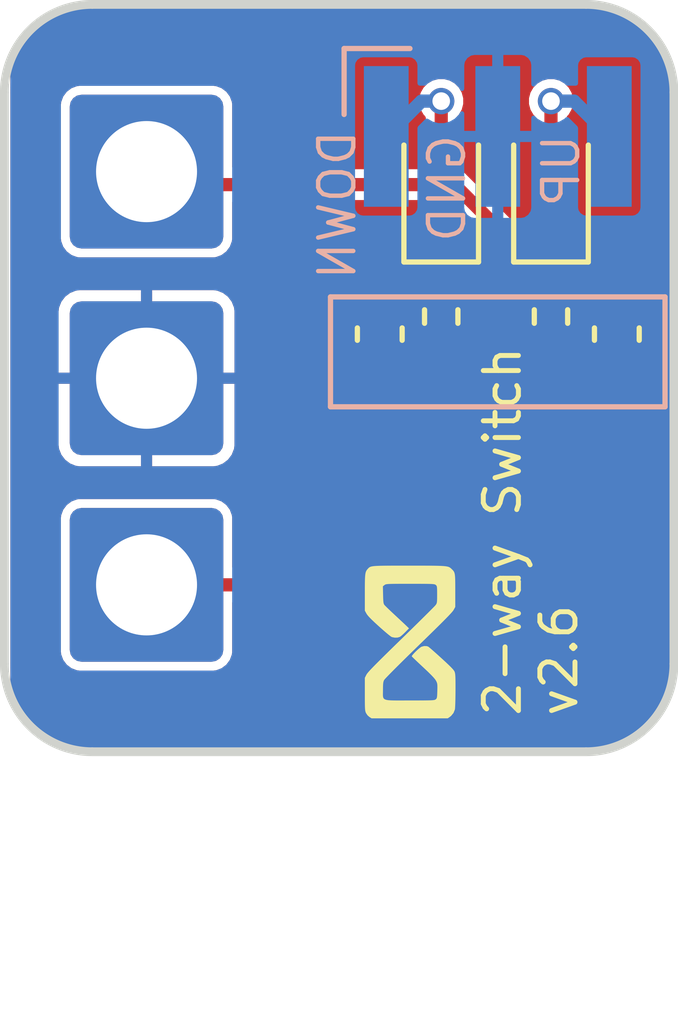
<source format=kicad_pcb>
(kicad_pcb (version 20241229) (generator "pcbnew") (generator_version "9.0")
  (layers (0 "F.Cu" signal) (2 "B.Cu" signal) (13 "F.Paste" user) (15 "B.Paste" user) (5 "F.SilkS" user "F.Silkscreen") (7 "B.SilkS" user "B.Silkscreen") (1 "F.Mask" user) (3 "B.Mask" user) (25 "Edge.Cuts" user))
  (net 0 "")
  (net 1 "GND")
  (net 2 "Net-(D1-K)")
  (net 3 "Net-(D2-K)")
  (net 4 "Net-(S1-S)")
  (net 5 "Net-(S1-O)")
  (net 6 "/UP")
  (net 7 "/DOWN")
  (footprint "Resistor_SMD:R_0402_1005Metric" (layer "F.Cu") (at 153.2 103.6 90)
    (property "Reference" "R1" (hide yes))
    (property "Value" "10K")
    (fp_line (start -0.153641 -0.38) (end 0.153641 -0.38) (stroke (width 0.12)) (layer "F.SilkS"))
    (fp_line (start -0.153641 0.38) (end 0.153641 0.38) (stroke (width 0.12)) (layer "F.SilkS"))
    (pad "1" smd roundrect (at -0.51 0 90) (size 0.54 0.64) (layers "F.Cu" "F.Mask" "F.Paste") (net 5 "Net-(S1-O)"))
    (pad "2" smd roundrect (at 0.51 0 90) (size 0.54 0.64) (layers "F.Cu" "F.Mask" "F.Paste") (net 2 "Net-(D1-K)"))
  )
  (footprint "Capacitor_SMD:C_0603_1608Metric" (layer "F.Cu") (at 149.3 104 90)
    (property "Reference" "C2" (hide yes))
    (property "Value" "1uF")
    (fp_line (start -0.14058 -0.51) (end 0.14058 -0.51) (stroke (width 0.12)) (layer "F.SilkS"))
    (fp_line (start -0.14058 0.51) (end 0.14058 0.51) (stroke (width 0.12)) (layer "F.SilkS"))
    (pad "1" smd roundrect (at -0.775 0 90) (size 0.9 0.95) (layers "F.Cu" "F.Mask" "F.Paste") (net 1 "GND"))
    (pad "2" smd roundrect (at 0.775 0 90) (size 0.9 0.95) (layers "F.Cu" "F.Mask" "F.Paste") (net 3 "Net-(D2-K)"))
  )
  (footprint "Diode_SMD:D_SOD-323" (layer "F.Cu") (at 150.7 100.75 90)
    (property "Reference" "D2" (hide yes))
    (property "Value" "1N4148WS")
    (fp_line (start -1.61 -0.85) (end 1.05 -0.85) (stroke (width 0.12)) (layer "F.SilkS"))
    (fp_line (start -1.61 -0.85) (end -1.61 0.85) (stroke (width 0.12)) (layer "F.SilkS"))
    (fp_line (start -1.61 0.85) (end 1.05 0.85) (stroke (width 0.12)) (layer "F.SilkS"))
    (pad "1" smd roundrect (at -1.05 0 90) (size 0.6 0.45) (layers "F.Cu" "F.Mask" "F.Paste") (net 3 "Net-(D2-K)"))
    (pad "2" smd roundrect (at 1.05 0 90) (size 0.6 0.45) (layers "F.Cu" "F.Mask" "F.Paste") (net 7 "/DOWN"))
  )
  (footprint "Capacitor_SMD:C_0603_1608Metric" (layer "F.Cu") (at 154.7 104 -90)
    (property "Reference" "C1" (hide yes))
    (property "Value" "1uF")
    (fp_line (start -0.14058 0.51) (end 0.14058 0.51) (stroke (width 0.12)) (layer "F.SilkS"))
    (fp_line (start -0.14058 -0.51) (end 0.14058 -0.51) (stroke (width 0.12)) (layer "F.SilkS"))
    (pad "1" smd roundrect (at -0.775 0 270) (size 0.9 0.95) (layers "F.Cu" "F.Mask" "F.Paste") (net 2 "Net-(D1-K)"))
    (pad "2" smd roundrect (at 0.775 0 270) (size 0.9 0.95) (layers "F.Cu" "F.Mask" "F.Paste") (net 1 "GND"))
  )
  (footprint "Diode_SMD:D_SOD-323" (layer "F.Cu") (at 153.2 100.75 90)
    (property "Reference" "D1" (hide yes))
    (property "Value" "1N4148WS")
    (fp_line (start -1.61 -0.85) (end 1.05 -0.85) (stroke (width 0.12)) (layer "F.SilkS"))
    (fp_line (start -1.61 -0.85) (end -1.61 0.85) (stroke (width 0.12)) (layer "F.SilkS"))
    (fp_line (start -1.61 0.85) (end 1.05 0.85) (stroke (width 0.12)) (layer "F.SilkS"))
    (pad "1" smd roundrect (at -1.05 0 90) (size 0.6 0.45) (layers "F.Cu" "F.Mask" "F.Paste") (net 2 "Net-(D1-K)"))
    (pad "2" smd roundrect (at 1.05 0 90) (size 0.6 0.45) (layers "F.Cu" "F.Mask" "F.Paste") (net 6 "/UP"))
  )
  (footprint "Resistor_SMD:R_0402_1005Metric" (layer "F.Cu") (at 150.7 103.6 90)
    (property "Reference" "R2" (hide yes))
    (property "Value" "10K")
    (fp_line (start -0.153641 -0.38) (end 0.153641 -0.38) (stroke (width 0.12)) (layer "F.SilkS"))
    (fp_line (start -0.153641 0.38) (end 0.153641 0.38) (stroke (width 0.12)) (layer "F.SilkS"))
    (pad "1" smd roundrect (at -0.51 0 90) (size 0.54 0.64) (layers "F.Cu" "F.Mask" "F.Paste") (net 4 "Net-(S1-S)"))
    (pad "2" smd roundrect (at 0.51 0 90) (size 0.54 0.64) (layers "F.Cu" "F.Mask" "F.Paste") (net 3 "Net-(D2-K)"))
  )
  (footprint "cycfi_library:MINI_SPDT" (layer "F.Cu") (at 143.9878 105.003599 -90)
    (property "Reference" "S1" (hide yes))
    (property "Value" "SPDT" (hide yes))
    (pad "1" thru_hole roundrect (at -4.7 0 270) (size 3.5 3.5) (drill 2.3) (layers "*.Cu" "*.Mask") (roundrect_rratio 0.07692307692) (net 5 "Net-(S1-O)"))
    (pad "2" thru_hole roundrect (at 0 0 270) (size 3.5 3.5) (drill 2.3) (layers "*.Cu" "*.Mask") (roundrect_rratio 0.07692307692) (net 1 "GND"))
    (pad "3" thru_hole roundrect (at 4.7 0 270) (size 3.5 3.5) (drill 2.3) (layers "*.Cu" "*.Mask") (roundrect_rratio 0.07692307692) (net 4 "Net-(S1-S)"))
  )
  (footprint "cycfi_library:infinity_logo_4mm" (layer "F.Cu") (at 150 111 90)
    (property "Reference" "G***" (hide yes))
    (property "Value" "LOGO" (hide yes))
    (fp_poly (pts (xy 1.244525 -1.039799) (xy 1.34588 -1.03895) (xy 1.426624 -1.037087) (xy 1.489785 -1.033844) (xy 1.53839 -1.028856) (xy 1.575467 -1.021756) (xy 1.604042 -1.012179) (xy 1.627144 -0.999757) (xy 1.647799 -0.984126) (xy 1.658308 -0.974853) (xy 1.673256 -0.961211) (xy 1.686074 -0.948154) (xy 1.696927 -0.933635) (xy 1.705977 -0.915605) (xy 1.713389 -0.892018) (xy 1.719325 -0.860825) (xy 1.72395 -0.819979) (xy 1.727427 -0.767432) (xy 1.729919 -0.701137) (xy 1.73159 -0.619045) (xy 1.732603 -0.51911) (xy 1.733123 -0.399283) (xy 1.733312 -0.257517) (xy 1.733334 -0.091764) (xy 1.733333 -0.035438) (xy 1.733309 0.140427) (xy 1.733128 0.291678) (xy 1.732627 0.42037) (xy 1.731643 0.528554) (xy 1.730014 0.618284) (xy 1.727577 0.691614) (xy 1.724169 0.750596) (xy 1.719626 0.797283) (xy 1.713787 0.83373) (xy 1.706488 0.861988) (xy 1.697566 0.884112) (xy 1.686859 0.902153) (xy 1.674203 0.918167) (xy 1.659437 0.934205) (xy 1.656148 0.937668) (xy 1.633627 0.960782) (xy 1.612685 0.979108) (xy 1.590018 0.993199) (xy 1.562319 1.003613) (xy 1.526283 1.010905) (xy 1.478602 1.015631) (xy 1.415972 1.018348) (xy 1.335085 1.019612) (xy 1.232637 1.019979) (xy 1.166666 1.02) (xy 0.793333 1.02) (xy 0.723263 0.981176) (xy 0.704626 0.96854) (xy 0.677421 0.946246) (xy 0.640646 0.913305) (xy 0.5933 0.868726) (xy 0.534382 0.811519) (xy 0.462889 0.740694) (xy 0.377821 0.65526) (xy 0.278177 0.554226) (xy 0.162953 0.436604) (xy 0.03115 0.301402) (xy -0.083403 0.183523) (xy -0.210933 0.052462) (xy -0.33089 -0.070185) (xy -0.442045 -0.183194) (xy -0.543171 -0.285339) (xy -0.633041 -0.375395) (xy -0.710426 -0.452137) (xy -0.774098 -0.514338) (xy -0.822831 -0.560774) (xy -0.855395 -0.59022) (xy -0.869469 -0.600987) (xy -0.894417 -0.611844) (xy -0.923603 -0.619217) (xy -0.962546 -0.623731) (xy -1.016764 -0.626006) (xy -1.091777 -0.626665) (xy -1.097145 -0.626667) (xy -1.152614 -0.627438) (xy -1.198722 -0.628261) (xy -1.236326 -0.626898) (xy -1.266285 -0.621114) (xy -1.289455 -0.608671) (xy -1.306695 -0.587334) (xy -1.318861 -0.554865) (xy -1.326811 -0.509028) (xy -1.331403 -0.447586) (xy -1.333494 -0.368304) (xy -1.333941 -0.268943) (xy -1.333602 -0.147268) (xy -1.333334 -0.010618) (xy -1.33328 0.125842) (xy -1.333046 0.238159) (xy -1.332522 0.328856) (xy -1.331597 0.400458) (xy -1.330164 0.455488) (xy -1.328111 0.496469) (xy -1.325329 0.525926) (xy -1.321709 0.546381) (xy -1.31714 0.560358) (xy -1.311514 0.570381) (xy -1.307875 0.575189) (xy -1.295611 0.588336) (xy -1.280526 0.597406) (xy -1.257568 0.603338) (xy -1.221688 0.607071) (xy -1.167837 0.609545) (xy -1.114993 0.611077) (xy -1.04473 0.612634) (xy -0.994913 0.61239) (xy -0.959338 0.609503) (xy -0.9318 0.603128) (xy -0.906096 0.592422) (xy -0.880985 0.579248) (xy -0.849169 0.557749) (xy -0.806598 0.521625) (xy -0.751807 0.469467) (xy -0.683332 0.399867) (xy -0.599706 0.311417) (xy -0.578092 0.288171) (xy -0.514086 0.219454) (xy -0.45572 0.15738) (xy -0.405523 0.104592) (xy -0.366025 0.063732) (xy -0.339757 0.037446) (xy -0.329486 0.02842) (xy -0.313973 0.034766) (xy -0.285867 0.056836) (xy -0.249762 0.089961) (xy -0.210249 0.129473) (xy -0.171922 0.170705) (xy -0.139374 0.208988) (xy -0.117197 0.239655) (xy -0.111891 0.249571) (xy -0.095627 0.310097) (xy -0.096986 0.369011) (xy -0.108834 0.404209) (xy -0.121657 0.42145) (xy -0.150053 0.455467) (xy -0.191534 0.503418) (xy -0.243613 0.562459) (xy -0.303801 0.629749) (xy -0.369611 0.702443) (xy -0.374989 0.708347) (xy -0.45561 0.796138) (xy -0.520928 0.865642) (xy -0.572973 0.918833) (xy -0.613775 0.957688) (xy -0.645364 0.984184) (xy -0.669771 1.000296) (xy -0.679758 1.005013) (xy -0.69962 1.011532) (xy -0.724904 1.016597) (xy -0.758864 1.020363) (xy -0.804749 1.022982) (xy -0.865813 1.024609) (xy -0.945306 1.025397) (xy -1.04648 1.025499) (xy -1.11027 1.025327) (xy -1.210705 1.02454) (xy -1.304887 1.022995) (xy -1.388796 1.020819) (xy -1.45841 1.018142) (xy -1.509705 1.015092) (xy -1.538661 1.0118) (xy -1.539831 1.011545) (xy -1.618465 0.979844) (xy -1.684048 0.925831) (xy -1.70787 0.895512) (xy -1.74 0.84862) (xy -1.74 -0.019024) (xy -1.74 -0.886667) (xy -1.709498 -0.935721) (xy -1.672446 -0.978002) (xy -1.623864 -1.011448) (xy -1.621955 -1.012388) (xy -1.603687 -1.020536) (xy -1.58426 -1.026906) (xy -1.560289 -1.031717) (xy -1.528387 -1.035184) (xy -1.485168 -1.037527) (xy -1.427249 -1.038961) (xy -1.351241 -1.039705) (xy -1.253761 -1.039975) (xy -1.191742 -1.04) (xy -0.81857 -1.04) (xy -0.74894 -1.005303) (xy -0.732612 -0.995524) (xy -0.711038 -0.979462) (xy -0.683015 -0.955935) (xy -0.647342 -0.923764) (xy -0.602816 -0.88177) (xy -0.548236 -0.828774) (xy -0.482399 -0.763594) (xy -0.404104 -0.685053) (xy -0.312147 -0.59197) (xy -0.205328 -0.483166) (xy -0.082444 -0.35746) (xy 0.056123 -0.215303) (xy 0.172518 -0.095935) (xy 0.284391 0.018461) (xy 0.390227 0.126356) (xy 0.488511 0.226222) (xy 0.577728 0.31653) (xy 0.656364 0.395751) (xy 0.722904 0.462356) (xy 0.775833 0.514817) (xy 0.813638 0.551605) (xy 0.834802 0.57119) (xy 0.83747 0.573333) (xy 0.85679 0.586403) (xy 0.876037 0.595521) (xy 0.900291 0.601395) (xy 0.934634 0.604737) (xy 0.984147 0.606254) (xy 1.053911 0.606656) (xy 1.076203 0.606666) (xy 1.151711 0.606479) (xy 1.205161 0.605477) (xy 1.241159 0.602993) (xy 1.264312 0.598365) (xy 1.279228 0.590927) (xy 1.290513 0.580016) (xy 1.294511 0.575189) (xy 1.300804 0.566249) (xy 1.305969 0.554768) (xy 1.310117 0.538213) (xy 1.313357 0.514048) (xy 1.315803 0.479739) (xy 1.317564 0.432751) (xy 1.318752 0.37055) (xy 1.319478 0.290601) (xy 1.319852 0.190369) (xy 1.319987 0.067321) (xy 1.32 -0.006346) (xy 1.319967 -0.141876) (xy 1.319787 -0.253297) (xy 1.319335 -0.343166) (xy 1.318489 -0.414041) (xy 1.317123 -0.468479) (xy 1.315115 -0.509037) (xy 1.312341 -0.538272) (xy 1.308676 -0.558743) (xy 1.303997 -0.573007) (xy 1.29818 -0.58362) (xy 1.29163 -0.59247) (xy 1.263261 -0.628536) (xy 1.06792 -0.624268) (xy 0.989899 -0.622177) (xy 0.933798 -0.619433) (xy 0.894872 -0.615396) (xy 0.868374 -0.609424) (xy 0.849559 -0.600878) (xy 0.838815 -0.593334) (xy 0.8199 -0.575814) (xy 0.786162 -0.54195) (xy 0.740796 -0.495058) (xy 0.686999 -0.438453) (xy 0.627967 -0.375449) (xy 0.607433 -0.353334) (xy 0.545797 -0.286913) (xy 0.486998 -0.223765) (xy 0.434609 -0.167709) (xy 0.392202 -0.122567) (xy 0.363351 -0.092159) (xy 0.358336 -0.086958) (xy 0.306856 -0.033916) (xy 0.219096 -0.120292) (xy 0.177581 -0.163013) (xy 0.141858 -0.203141) (xy 0.117605 -0.234169) (xy 0.112334 -0.242672) (xy 0.096934 -0.293939) (xy 0.094857 -0.355945) (xy 0.106166 -0.416293) (xy 0.11141 -0.430429) (xy 0.125219 -0.45207) (xy 0.154403 -0.490053) (xy 0.196253 -0.541121) (xy 0.248059 -0.602017) (xy 0.307112 -0.669484) (xy 0.352324 -0.72) (xy 0.433486 -0.808762) (xy 0.499806 -0.878766) (xy 0.553265 -0.931946) (xy 0.595843 -0.970236) (xy 0.62952 -0.99557) (xy 0.642436 -1.003334) (xy 0.709711 -1.040001) (xy 1.119532 -1.040001)) (fill yes) (layer "F.SilkS"))
  )
  (footprint "cycfi_library:pin_header_1x3p_2.54mm_smd_horizontal" (layer "B.Cu") (at 151.9878 99.503599 -90)
    (property "Reference" "J1" (hide yes))
    (property "Value" "I/O connector")
    (fp_line (start 3.65 3.81) (end 6.15 3.81) (stroke (width 0.12)) (layer "B.SilkS"))
    (fp_line (start 3.65 3.81) (end 3.65 -3.81) (stroke (width 0.12)) (layer "B.SilkS"))
    (fp_line (start 6.15 3.81) (end 6.15 -3.81) (stroke (width 0.12)) (layer "B.SilkS"))
    (fp_line (start -2 3.5) (end -0.5 3.5) (stroke (width 0.12)) (layer "B.SilkS"))
    (fp_line (start -2 2) (end -2 3.5) (stroke (width 0.12)) (layer "B.SilkS"))
    (fp_line (start 3.65 -3.81) (end 6.15 -3.81) (stroke (width 0.12)) (layer "B.SilkS"))
    (pad "1" smd rect (at 0 2.54 270) (size 3.2 1.02) (layers "B.Cu" "B.Mask" "B.Paste") (net 7 "/DOWN"))
    (pad "2" smd rect (at 0 0 270) (size 3.2 1.02) (layers "B.Cu" "B.Mask" "B.Paste") (net 1 "GND"))
    (pad "3" smd rect (at 0 -2.54 270) (size 3.2 1.02) (layers "B.Cu" "B.Mask" "B.Paste") (net 6 "/UP"))
  )
  (gr_line (start 140.75 111.5) (end 140.75 98.5) (stroke (width 0.2)) (layer "Edge.Cuts"))
  (gr_line (start 156 98.5) (end 156 111.5) (stroke (width 0.2)) (layer "Edge.Cuts"))
  (gr_arc (start 154 96.5) (mid 155.414214 97.085786) (end 156 98.5) (stroke (width 0.2)) (layer "Edge.Cuts"))
  (gr_line (start 142.75 96.5) (end 154 96.5) (stroke (width 0.2)) (layer "Edge.Cuts"))
  (gr_line (start 154 113.5) (end 142.75 113.5) (stroke (width 0.2)) (layer "Edge.Cuts"))
  (gr_arc (start 140.75 98.5) (mid 141.335786 97.085786) (end 142.75 96.5) (stroke (width 0.2)) (layer "Edge.Cuts"))
  (gr_arc (start 156 111.5) (mid 155.414214 112.914214) (end 154 113.5) (stroke (width 0.2)) (layer "Edge.Cuts"))
  (gr_arc (start 142.75 113.5) (mid 141.335786 112.914214) (end 140.75 111.5) (stroke (width 0.2)) (layer "Edge.Cuts"))
  (gr_text "2-way Switch \nv2.6" (at 153.85 112.75 90) (layer "F.SilkS") (effects (font (size 0.8 0.8) (thickness 0.112)) (justify left bottom)))
  (gr_text "GND" (at 151.3 99.4 90) (layer "B.SilkS") (effects (font (size 0.8 0.8) (thickness 0.1)) (justify left bottom mirror)))
  (gr_text "DOWN" (at 148.8 99.3 90) (layer "B.SilkS") (effects (font (size 0.8 0.8) (thickness 0.1)) (justify left bottom mirror)))
  (gr_text "UP" (at 153.9 99.4 90) (layer "B.SilkS") (effects (font (size 0.8 0.8) (thickness 0.1)) (justify left bottom mirror)))
  (segment (start 153.335 103.225) (end 153.2 103.09) (width 0.3) (layer "F.Cu") (net 2))
  (segment (start 153.2 101.8) (end 153.2 103.09) (width 0.3) (layer "F.Cu") (net 2))
  (segment (start 154.7 103.225) (end 153.335 103.225) (width 0.3) (layer "F.Cu") (net 2))
  (segment (start 150.7 101.8) (end 150.7 101.825) (width 0.3) (layer "F.Cu") (net 3))
  (segment (start 150.7 101.825) (end 149.3 103.225) (width 0.3) (layer "F.Cu") (net 3))
  (segment (start 150.7 103.09) (end 150.7 101.8) (width 0.3) (layer "F.Cu") (net 3))
  (segment (start 149.296401 109.703599) (end 143.9878 109.703599) (width 0.3) (layer "F.Cu") (net 4))
  (segment (start 150.7 104.11) (end 150.7 108.3) (width 0.3) (layer "F.Cu") (net 4))
  (segment (start 150.7 108.3) (end 149.296401 109.703599) (width 0.3) (layer "F.Cu") (net 4))
  (segment (start 153.2 104.11) (end 152.81 104.11) (width 0.3) (layer "F.Cu") (net 5))
  (segment (start 151 100.6) (end 144.284201 100.6) (width 0.3) (layer "F.Cu") (net 5))
  (segment (start 152 101.6) (end 151 100.6) (width 0.3) (layer "F.Cu") (net 5))
  (segment (start 152.81 104.11) (end 152 103.3) (width 0.3) (layer "F.Cu") (net 5))
  (segment (start 152 103.3) (end 152 101.6) (width 0.3) (layer "F.Cu") (net 5))
  (segment (start 144.284201 100.6) (end 143.9878 100.303599) (width 0.3) (layer "F.Cu") (net 5))
  (segment (start 153.2 99.7) (end 153.2 98.7) (width 0.3) (layer "F.Cu") (net 6))
  (via (at 153.2 98.7) (size 0.6) (drill 0.4) (layers "F.Cu" "B.Cu") (net 6))
  (segment (start 153.724201 98.7) (end 154.5278 99.503599) (width 0.3) (layer "B.Cu") (net 6))
  (segment (start 153.2 98.7) (end 153.724201 98.7) (width 0.3) (layer "B.Cu") (net 6))
  (segment (start 150.7 99.7) (end 150.7 98.7) (width 0.3) (layer "F.Cu") (net 7))
  (via (at 150.7 98.7) (size 0.6) (drill 0.4) (layers "F.Cu" "B.Cu") (net 7))
  (segment (start 150.7 98.7) (end 150.251399 98.7) (width 0.3) (layer "B.Cu") (net 7))
  (segment (start 150.251399 98.7) (end 149.4478 99.503599) (width 0.3) (layer "B.Cu") (net 7))
  (zone (net 1) (net_name "GND") (layer "F.Cu") (priority 6) (connect_pads (clearance 0.000001)) (min_thickness 0.1016) (fill yes (thermal_gap 0.2532) (thermal_bridge_width 0.2532))
    (polygon (pts (xy 156.0894 113.605199) (xy 140.8862 113.605199) (xy 140.8862 96.401999) (xy 156.0894 96.401999)))
  )
  (zone (net 1) (net_name "GND") (layer "B.Cu") (priority 6) (connect_pads (clearance 0.000001)) (min_thickness 0.1016) (fill yes (thermal_gap 0.2532) (thermal_bridge_width 0.2532))
    (polygon (pts (xy 156.0894 113.605199) (xy 140.8862 113.605199) (xy 140.8862 96.401999) (xy 156.0894 96.401999)))
  )
)
</source>
